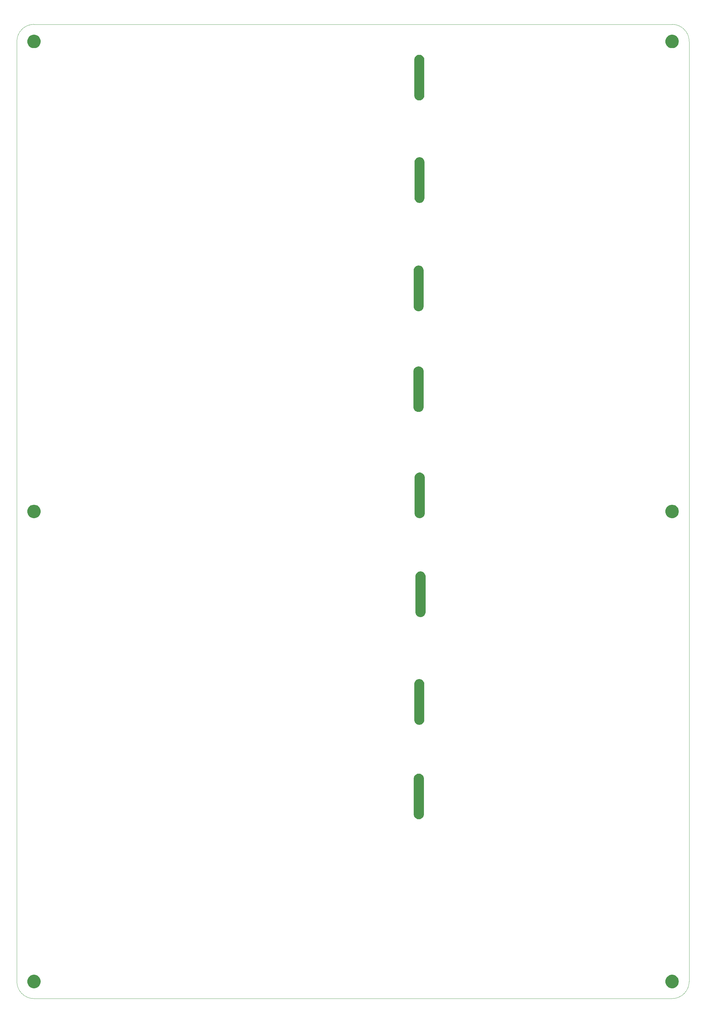
<source format=gbr>
%TF.GenerationSoftware,Altium Limited,Altium Designer,24.10.1 (45)*%
G04 Layer_Color=0*
%FSLAX43Y43*%
%MOMM*%
%TF.SameCoordinates,766D9AF5-BA92-4156-BEB6-FD46E2A8267A*%
%TF.FilePolarity,Positive*%
%TF.FileFunction,Profile,NP*%
%TF.Part,Single*%
G01*
G75*
%TA.AperFunction,Profile*%
%ADD106C,0.025*%
G36*
X5000Y3000D02*
X4803D01*
X4417Y3077D01*
X4053Y3228D01*
X3725Y3447D01*
X3447Y3725D01*
X3228Y4053D01*
X3077Y4417D01*
X3000Y4803D01*
Y5000D01*
Y5197D01*
X3077Y5583D01*
X3228Y5947D01*
X3447Y6275D01*
X3725Y6554D01*
X4053Y6772D01*
X4417Y6923D01*
X4803Y7000D01*
X5000D01*
X5197D01*
X5583Y6923D01*
X5947Y6772D01*
X6275Y6554D01*
X6554Y6275D01*
X6772Y5947D01*
X6923Y5583D01*
X7000Y5197D01*
Y5000D01*
Y4803D01*
X6923Y4417D01*
X6772Y4053D01*
X6554Y3725D01*
X6275Y3447D01*
X5947Y3228D01*
X5583Y3077D01*
X5197Y3000D01*
X5000D01*
D01*
D02*
G37*
G36*
X193000Y5000D02*
Y4803D01*
X193077Y4417D01*
X193228Y4053D01*
X193447Y3725D01*
X193725Y3447D01*
X194053Y3228D01*
X194417Y3077D01*
X194803Y3000D01*
X195000D01*
X195197D01*
X195583Y3077D01*
X195947Y3228D01*
X196275Y3447D01*
X196553Y3725D01*
X196772Y4053D01*
X196923Y4417D01*
X197000Y4803D01*
Y5000D01*
Y5197D01*
X196923Y5583D01*
X196772Y5947D01*
X196553Y6275D01*
X196275Y6554D01*
X195947Y6772D01*
X195583Y6923D01*
X195197Y7000D01*
X195000D01*
X194803D01*
X194417Y6923D01*
X194053Y6772D01*
X193725Y6554D01*
X193447Y6275D01*
X193228Y5947D01*
X193077Y5583D01*
X193000Y5197D01*
Y5000D01*
D01*
D02*
G37*
G36*
X5000Y143000D02*
X4803D01*
X4417Y143077D01*
X4053Y143228D01*
X3725Y143446D01*
X3447Y143725D01*
X3228Y144053D01*
X3077Y144417D01*
X3000Y144803D01*
Y145000D01*
Y145197D01*
X3077Y145583D01*
X3228Y145947D01*
X3447Y146275D01*
X3725Y146553D01*
X4053Y146772D01*
X4417Y146923D01*
X4803Y147000D01*
X5000D01*
X5197D01*
X5583Y146923D01*
X5947Y146772D01*
X6275Y146553D01*
X6554Y146275D01*
X6772Y145947D01*
X6923Y145583D01*
X7000Y145197D01*
Y145000D01*
Y144803D01*
X6923Y144417D01*
X6772Y144053D01*
X6554Y143725D01*
X6275Y143446D01*
X5947Y143228D01*
X5583Y143077D01*
X5197Y143000D01*
X5000D01*
D01*
D02*
G37*
G36*
X195000D02*
X194803D01*
X194417Y143077D01*
X194053Y143228D01*
X193725Y143446D01*
X193447Y143725D01*
X193228Y144053D01*
X193077Y144417D01*
X193000Y144803D01*
Y145000D01*
Y145197D01*
X193077Y145583D01*
X193228Y145947D01*
X193447Y146275D01*
X193725Y146553D01*
X194053Y146772D01*
X194417Y146923D01*
X194803Y147000D01*
X195000D01*
X195197D01*
X195583Y146923D01*
X195947Y146772D01*
X196275Y146553D01*
X196553Y146275D01*
X196772Y145947D01*
X196923Y145583D01*
X197000Y145197D01*
Y145000D01*
Y144803D01*
X196923Y144417D01*
X196772Y144053D01*
X196553Y143725D01*
X196275Y143446D01*
X195947Y143228D01*
X195583Y143077D01*
X195197Y143000D01*
X195000D01*
D01*
D02*
G37*
G36*
X5000Y283000D02*
X4803D01*
X4417Y283077D01*
X4053Y283228D01*
X3725Y283447D01*
X3447Y283725D01*
X3228Y284053D01*
X3077Y284417D01*
X3000Y284803D01*
Y285000D01*
Y285197D01*
X3077Y285583D01*
X3228Y285947D01*
X3447Y286275D01*
X3725Y286553D01*
X4053Y286772D01*
X4417Y286923D01*
X4803Y287000D01*
X5000D01*
X5197D01*
X5583Y286923D01*
X5947Y286772D01*
X6275Y286553D01*
X6554Y286275D01*
X6772Y285947D01*
X6923Y285583D01*
X7000Y285197D01*
Y285000D01*
Y284803D01*
X6923Y284417D01*
X6772Y284053D01*
X6554Y283725D01*
X6275Y283447D01*
X5947Y283228D01*
X5583Y283077D01*
X5197Y283000D01*
X5000D01*
D01*
D02*
G37*
G36*
X195000D02*
X194803D01*
X194417Y283077D01*
X194053Y283228D01*
X193725Y283447D01*
X193447Y283725D01*
X193228Y284053D01*
X193077Y284417D01*
X193000Y284803D01*
Y285000D01*
Y285197D01*
X193077Y285583D01*
X193228Y285947D01*
X193447Y286275D01*
X193725Y286553D01*
X194053Y286772D01*
X194417Y286923D01*
X194803Y287000D01*
X195000D01*
X195197D01*
X195583Y286923D01*
X195947Y286772D01*
X196275Y286553D01*
X196553Y286275D01*
X196772Y285947D01*
X196923Y285583D01*
X197000Y285197D01*
Y285000D01*
Y284803D01*
X196923Y284417D01*
X196772Y284053D01*
X196553Y283725D01*
X196275Y283447D01*
X195947Y283228D01*
X195583Y283077D01*
X195197Y283000D01*
X195000D01*
D01*
D02*
G37*
G36*
X118230Y268933D02*
Y279532D01*
Y279680D01*
X118288Y279970D01*
X118401Y280243D01*
X118565Y280488D01*
X118774Y280697D01*
X119020Y280861D01*
X119293Y280974D01*
X119582Y281032D01*
X119878D01*
X120168Y280974D01*
X120441Y280861D01*
X120686Y280697D01*
X120895Y280488D01*
X121059Y280243D01*
X121172Y279970D01*
X121230Y279680D01*
Y279532D01*
D01*
Y268933D01*
Y268785D01*
X121172Y268495D01*
X121059Y268222D01*
X120895Y267977D01*
X120686Y267768D01*
X120441Y267604D01*
X120168Y267491D01*
X119878Y267433D01*
X119582D01*
X119293Y267491D01*
X119020Y267604D01*
X118774Y267768D01*
X118565Y267977D01*
X118401Y268222D01*
X118288Y268495D01*
X118230Y268785D01*
Y268933D01*
D01*
D02*
G37*
G36*
X118292Y238418D02*
Y249017D01*
Y249165D01*
X118350Y249455D01*
X118463Y249728D01*
X118627Y249973D01*
X118836Y250182D01*
X119082Y250346D01*
X119355Y250459D01*
X119645Y250517D01*
X119940D01*
X120230Y250459D01*
X120503Y250346D01*
X120748Y250182D01*
X120957Y249973D01*
X121122Y249728D01*
X121235Y249455D01*
X121292Y249165D01*
Y249017D01*
D01*
Y238418D01*
Y238270D01*
X121235Y237980D01*
X121122Y237707D01*
X120957Y237462D01*
X120748Y237253D01*
X120503Y237089D01*
X120230Y236976D01*
X119940Y236918D01*
X119645D01*
X119355Y236976D01*
X119082Y237089D01*
X118836Y237253D01*
X118627Y237462D01*
X118463Y237707D01*
X118350Y237980D01*
X118292Y238270D01*
Y238418D01*
D01*
D02*
G37*
G36*
X118030Y206144D02*
Y216743D01*
Y216891D01*
X118088Y217181D01*
X118201Y217454D01*
X118365Y217699D01*
X118574Y217908D01*
X118820Y218072D01*
X119092Y218185D01*
X119382Y218243D01*
X119678D01*
X119968Y218185D01*
X120241Y218072D01*
X120486Y217908D01*
X120695Y217699D01*
X120859Y217454D01*
X120972Y217181D01*
X121030Y216891D01*
Y216743D01*
D01*
Y206144D01*
Y205996D01*
X120972Y205706D01*
X120859Y205433D01*
X120695Y205188D01*
X120486Y204979D01*
X120241Y204815D01*
X119968Y204702D01*
X119678Y204644D01*
X119382D01*
X119092Y204702D01*
X118820Y204815D01*
X118574Y204979D01*
X118365Y205188D01*
X118201Y205433D01*
X118088Y205706D01*
X118030Y205996D01*
Y206144D01*
D01*
D02*
G37*
G36*
X118023Y176124D02*
Y175976D01*
X118080Y175687D01*
X118193Y175414D01*
X118358Y175168D01*
X118567Y174959D01*
X118812Y174795D01*
X119085Y174682D01*
X119375Y174624D01*
X119671D01*
X119960Y174682D01*
X120233Y174795D01*
X120479Y174959D01*
X120688Y175168D01*
X120852Y175414D01*
X120965Y175687D01*
X121023Y175976D01*
Y176124D01*
D01*
Y186723D01*
Y186871D01*
X120965Y187161D01*
X120852Y187434D01*
X120688Y187680D01*
X120479Y187888D01*
X120233Y188053D01*
X119960Y188166D01*
X119671Y188223D01*
X119375D01*
X119085Y188166D01*
X118812Y188053D01*
X118567Y187888D01*
X118358Y187680D01*
X118193Y187434D01*
X118080Y187161D01*
X118023Y186871D01*
Y186723D01*
D01*
Y176124D01*
D02*
G37*
G36*
X118585Y115044D02*
Y114896D01*
X118643Y114606D01*
X118756Y114333D01*
X118920Y114088D01*
X119129Y113879D01*
X119374Y113715D01*
X119647Y113601D01*
X119937Y113544D01*
X120233D01*
X120522Y113601D01*
X120795Y113715D01*
X121041Y113879D01*
X121250Y114088D01*
X121414Y114333D01*
X121527Y114606D01*
X121585Y114896D01*
Y115044D01*
D01*
Y125643D01*
Y125791D01*
X121527Y126081D01*
X121414Y126354D01*
X121250Y126599D01*
X121041Y126808D01*
X120795Y126972D01*
X120522Y127085D01*
X120233Y127143D01*
X119937D01*
X119647Y127085D01*
X119374Y126972D01*
X119129Y126808D01*
X118920Y126599D01*
X118756Y126354D01*
X118643Y126081D01*
X118585Y125791D01*
Y125643D01*
D01*
Y115044D01*
D02*
G37*
G36*
X118334Y144489D02*
Y144342D01*
X118391Y144052D01*
X118505Y143779D01*
X118669Y143533D01*
X118878Y143324D01*
X119123Y143160D01*
X119396Y143047D01*
X119686Y142989D01*
X119982D01*
X120271Y143047D01*
X120544Y143160D01*
X120790Y143324D01*
X120999Y143533D01*
X121163Y143779D01*
X121276Y144052D01*
X121334Y144342D01*
Y144489D01*
D01*
Y155089D01*
Y155236D01*
X121276Y155526D01*
X121163Y155799D01*
X120999Y156045D01*
X120790Y156254D01*
X120544Y156418D01*
X120271Y156531D01*
X119982Y156589D01*
X119686D01*
X119396Y156531D01*
X119123Y156418D01*
X118878Y156254D01*
X118669Y156045D01*
X118505Y155799D01*
X118391Y155526D01*
X118334Y155236D01*
Y155089D01*
D01*
Y144489D01*
D02*
G37*
G36*
X118234Y82956D02*
Y82808D01*
X118291Y82518D01*
X118405Y82245D01*
X118569Y82000D01*
X118778Y81791D01*
X119023Y81626D01*
X119296Y81513D01*
X119586Y81456D01*
X119882D01*
X120171Y81513D01*
X120444Y81626D01*
X120690Y81791D01*
X120899Y82000D01*
X121063Y82245D01*
X121176Y82518D01*
X121234Y82808D01*
Y82956D01*
D01*
Y93555D01*
Y93703D01*
X121176Y93992D01*
X121063Y94265D01*
X120899Y94511D01*
X120690Y94720D01*
X120444Y94884D01*
X120171Y94997D01*
X119882Y95055D01*
X119586D01*
X119296Y94997D01*
X119023Y94884D01*
X118778Y94720D01*
X118569Y94511D01*
X118405Y94265D01*
X118291Y93992D01*
X118234Y93703D01*
Y93555D01*
D01*
Y82956D01*
D02*
G37*
G36*
X118094Y54806D02*
Y65405D01*
Y65553D01*
X118151Y65842D01*
X118265Y66115D01*
X118429Y66361D01*
X118638Y66570D01*
X118883Y66734D01*
X119156Y66847D01*
X119446Y66905D01*
X119742D01*
X120031Y66847D01*
X120304Y66734D01*
X120550Y66570D01*
X120759Y66361D01*
X120923Y66115D01*
X121036Y65842D01*
X121094Y65553D01*
Y65405D01*
D01*
Y54806D01*
Y54658D01*
X121036Y54368D01*
X120923Y54095D01*
X120759Y53850D01*
X120550Y53641D01*
X120304Y53476D01*
X120031Y53363D01*
X119742Y53306D01*
X119446D01*
X119156Y53363D01*
X118883Y53476D01*
X118638Y53641D01*
X118429Y53850D01*
X118265Y54095D01*
X118151Y54368D01*
X118094Y54658D01*
Y54806D01*
D01*
D02*
G37*
D106*
X5000Y-100D02*
G02*
X-100Y4994I0J5100D01*
G01*
X-101Y5000D01*
X-100Y284997D01*
X-100Y285000D01*
D02*
G02*
X4997Y290100I5100J0D01*
G01*
X5000Y290100D01*
X195110Y290100D01*
X195128Y290099D01*
D02*
G02*
X200100Y285004I-128J-5099D01*
G01*
X200100Y285000D01*
X200100Y5003D01*
X200100Y5000D01*
D02*
G02*
X195000Y-100I-5100J0D01*
G01*
X194998Y-100D01*
X5000Y-100D01*
%TF.MD5,c77d00f894c88221cbf7f885736ee5ca*%
M02*

</source>
